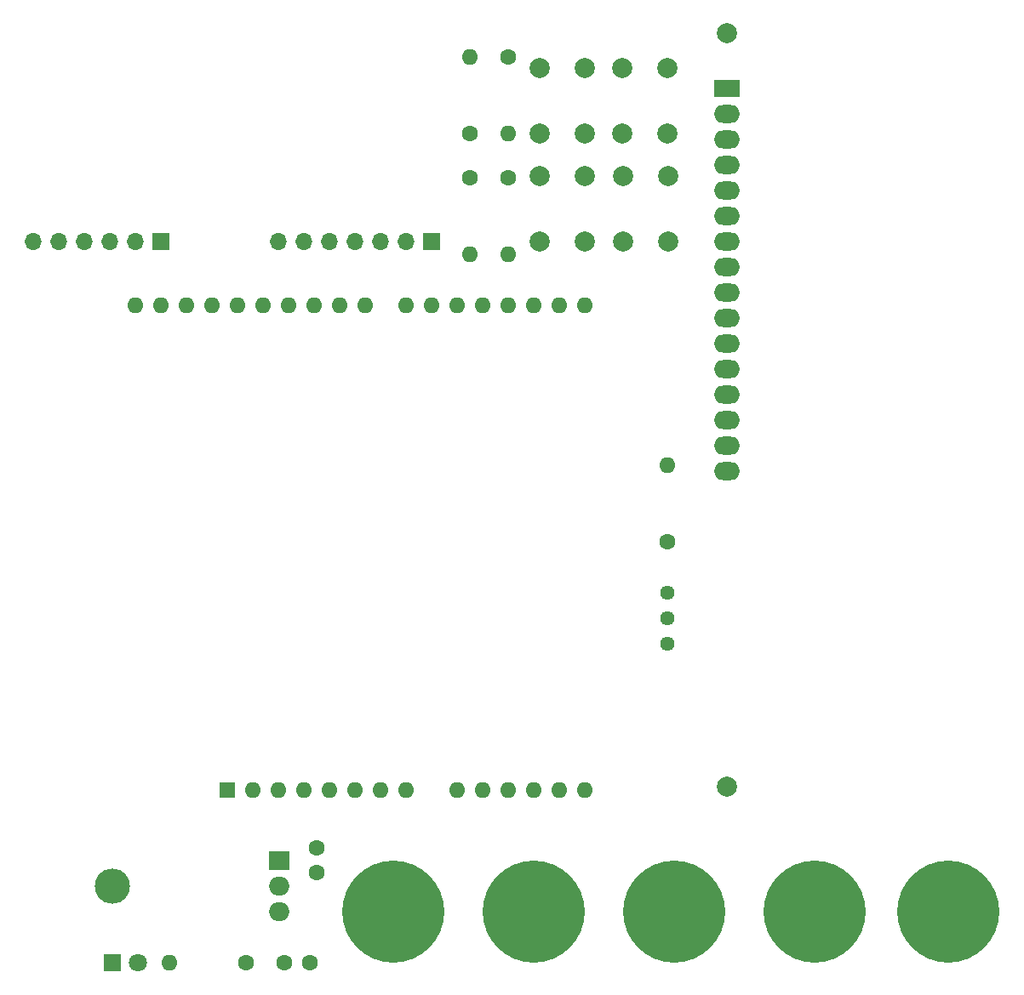
<source format=gbr>
%TF.GenerationSoftware,KiCad,Pcbnew,(5.1.9)-1*%
%TF.CreationDate,2021-06-19T11:56:29-03:00*%
%TF.ProjectId,assert,61737365-7274-42e6-9b69-6361645f7063,rev?*%
%TF.SameCoordinates,Original*%
%TF.FileFunction,Soldermask,Top*%
%TF.FilePolarity,Negative*%
%FSLAX46Y46*%
G04 Gerber Fmt 4.6, Leading zero omitted, Abs format (unit mm)*
G04 Created by KiCad (PCBNEW (5.1.9)-1) date 2021-06-19 11:56:29*
%MOMM*%
%LPD*%
G01*
G04 APERTURE LIST*
%ADD10C,2.000000*%
%ADD11O,2.600000X1.800000*%
%ADD12R,2.600000X1.800000*%
%ADD13O,1.600000X1.600000*%
%ADD14R,1.600000X1.600000*%
%ADD15C,10.160000*%
%ADD16O,1.700000X1.700000*%
%ADD17R,1.700000X1.700000*%
%ADD18O,2.000000X1.905000*%
%ADD19R,2.000000X1.905000*%
%ADD20O,3.500000X3.500000*%
%ADD21C,1.440000*%
%ADD22C,1.600000*%
%ADD23C,1.800000*%
%ADD24R,1.800000X1.800000*%
G04 APERTURE END LIST*
D10*
%TO.C,U2*%
X71477000Y-78425000D03*
X71477000Y-3425900D03*
D11*
X71477000Y-47025000D03*
X71477000Y-44485000D03*
X71477000Y-41945000D03*
X71477000Y-39405000D03*
X71477000Y-36865000D03*
X71477000Y-34325000D03*
X71477000Y-31785000D03*
X71477000Y-29245000D03*
X71477000Y-26705000D03*
X71477000Y-24165000D03*
X71477000Y-21625000D03*
X71477000Y-19085000D03*
X71477000Y-16545000D03*
X71477000Y-14005000D03*
X71477000Y-11465000D03*
D12*
X71477000Y-8925000D03*
%TD*%
D13*
%TO.C,A1*%
X54737000Y-30480000D03*
X57277000Y-30480000D03*
X17657000Y-30480000D03*
X57277000Y-78740000D03*
X20197000Y-30480000D03*
X54737000Y-78740000D03*
X22737000Y-30480000D03*
X52197000Y-78740000D03*
X25277000Y-30480000D03*
X49657000Y-78740000D03*
X27817000Y-30480000D03*
X47117000Y-78740000D03*
X30357000Y-30480000D03*
X44577000Y-78740000D03*
X32897000Y-30480000D03*
X39497000Y-78740000D03*
X35437000Y-30480000D03*
X36957000Y-78740000D03*
X39497000Y-30480000D03*
X34417000Y-78740000D03*
X42037000Y-30480000D03*
X31877000Y-78740000D03*
X44577000Y-30480000D03*
X29337000Y-78740000D03*
X47117000Y-30480000D03*
X26797000Y-78740000D03*
X49657000Y-30480000D03*
X24257000Y-78740000D03*
X52197000Y-30480000D03*
D14*
X21717000Y-78740000D03*
D13*
X15117000Y-30480000D03*
X12577000Y-30480000D03*
%TD*%
D15*
%TO.C,J5*%
X93472000Y-90805000D03*
%TD*%
%TO.C,J4*%
X80137000Y-90805000D03*
%TD*%
D16*
%TO.C,J9*%
X26797000Y-24130000D03*
X29337000Y-24130000D03*
X31877000Y-24130000D03*
X34417000Y-24130000D03*
X36957000Y-24130000D03*
X39497000Y-24130000D03*
D17*
X42037000Y-24130000D03*
%TD*%
D18*
%TO.C,U1*%
X26947000Y-90805000D03*
X26947000Y-88265000D03*
D19*
X26947000Y-85725000D03*
D20*
X10287000Y-88265000D03*
%TD*%
D10*
%TO.C,SW4*%
X61032000Y-13335000D03*
X65532000Y-13335000D03*
X61032000Y-6835000D03*
X65532000Y-6835000D03*
%TD*%
%TO.C,SW3*%
X52832000Y-13335000D03*
X57332000Y-13335000D03*
X52832000Y-6835000D03*
X57332000Y-6835000D03*
%TD*%
%TO.C,SW2*%
X52832000Y-24130000D03*
X57332000Y-24130000D03*
X52832000Y-17630000D03*
X57332000Y-17630000D03*
%TD*%
%TO.C,SW1*%
X65587000Y-17630000D03*
X61087000Y-17630000D03*
X65587000Y-24130000D03*
X61087000Y-24130000D03*
%TD*%
D21*
%TO.C,RV1*%
X65532000Y-64135000D03*
X65532000Y-61595000D03*
X65532000Y-59055000D03*
%TD*%
D13*
%TO.C,R6*%
X65532000Y-46355000D03*
D22*
X65532000Y-53975000D03*
%TD*%
D13*
%TO.C,R5*%
X45847000Y-5715000D03*
D22*
X45847000Y-13335000D03*
%TD*%
D13*
%TO.C,R4*%
X45847000Y-25400000D03*
D22*
X45847000Y-17780000D03*
%TD*%
D13*
%TO.C,R3*%
X49657000Y-13335000D03*
D22*
X49657000Y-5715000D03*
%TD*%
D13*
%TO.C,R2*%
X49657000Y-25400000D03*
D22*
X49657000Y-17780000D03*
%TD*%
D13*
%TO.C,R1*%
X16002000Y-95885000D03*
D22*
X23622000Y-95885000D03*
%TD*%
D16*
%TO.C,J8*%
X2413000Y-24130000D03*
X4953000Y-24130000D03*
X7493000Y-24130000D03*
X10033000Y-24130000D03*
X12573000Y-24130000D03*
D17*
X15113000Y-24130000D03*
%TD*%
D15*
%TO.C,J3*%
X66167000Y-90805000D03*
%TD*%
%TO.C,J2*%
X52197000Y-90805000D03*
%TD*%
%TO.C,J1*%
X38227000Y-90805000D03*
%TD*%
D23*
%TO.C,D1*%
X12827000Y-95885000D03*
D24*
X10287000Y-95885000D03*
%TD*%
D22*
%TO.C,C2*%
X29932000Y-95885000D03*
X27432000Y-95885000D03*
%TD*%
%TO.C,C1*%
X30607000Y-86955000D03*
X30607000Y-84455000D03*
%TD*%
M02*

</source>
